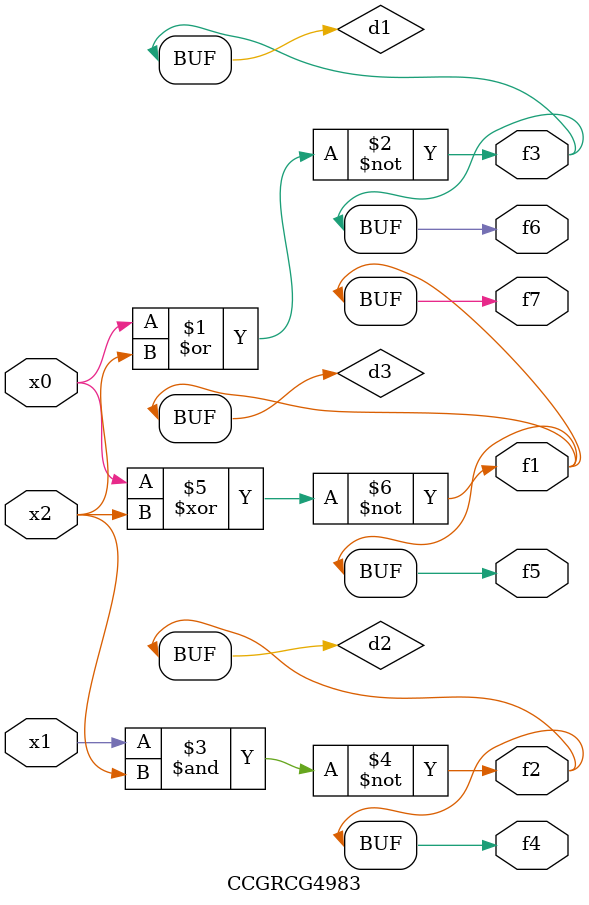
<source format=v>
module CCGRCG4983(
	input x0, x1, x2,
	output f1, f2, f3, f4, f5, f6, f7
);

	wire d1, d2, d3;

	nor (d1, x0, x2);
	nand (d2, x1, x2);
	xnor (d3, x0, x2);
	assign f1 = d3;
	assign f2 = d2;
	assign f3 = d1;
	assign f4 = d2;
	assign f5 = d3;
	assign f6 = d1;
	assign f7 = d3;
endmodule

</source>
